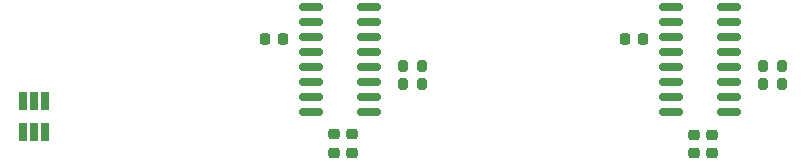
<source format=gbp>
G04 #@! TF.GenerationSoftware,KiCad,Pcbnew,(6.0.0)*
G04 #@! TF.CreationDate,2022-12-27T21:52:24-05:00*
G04 #@! TF.ProjectId,rp2040 rs485 scale breakout,72703230-3430-4207-9273-343835207363,rev?*
G04 #@! TF.SameCoordinates,Original*
G04 #@! TF.FileFunction,Paste,Bot*
G04 #@! TF.FilePolarity,Positive*
%FSLAX46Y46*%
G04 Gerber Fmt 4.6, Leading zero omitted, Abs format (unit mm)*
G04 Created by KiCad (PCBNEW (6.0.0)) date 2022-12-27 21:52:24*
%MOMM*%
%LPD*%
G01*
G04 APERTURE LIST*
G04 Aperture macros list*
%AMRoundRect*
0 Rectangle with rounded corners*
0 $1 Rounding radius*
0 $2 $3 $4 $5 $6 $7 $8 $9 X,Y pos of 4 corners*
0 Add a 4 corners polygon primitive as box body*
4,1,4,$2,$3,$4,$5,$6,$7,$8,$9,$2,$3,0*
0 Add four circle primitives for the rounded corners*
1,1,$1+$1,$2,$3*
1,1,$1+$1,$4,$5*
1,1,$1+$1,$6,$7*
1,1,$1+$1,$8,$9*
0 Add four rect primitives between the rounded corners*
20,1,$1+$1,$2,$3,$4,$5,0*
20,1,$1+$1,$4,$5,$6,$7,0*
20,1,$1+$1,$6,$7,$8,$9,0*
20,1,$1+$1,$8,$9,$2,$3,0*%
G04 Aperture macros list end*
%ADD10RoundRect,0.200000X0.200000X0.275000X-0.200000X0.275000X-0.200000X-0.275000X0.200000X-0.275000X0*%
%ADD11R,0.650000X1.560000*%
%ADD12RoundRect,0.225000X-0.250000X0.225000X-0.250000X-0.225000X0.250000X-0.225000X0.250000X0.225000X0*%
%ADD13RoundRect,0.150000X-0.825000X-0.150000X0.825000X-0.150000X0.825000X0.150000X-0.825000X0.150000X0*%
%ADD14RoundRect,0.225000X0.225000X0.250000X-0.225000X0.250000X-0.225000X-0.250000X0.225000X-0.250000X0*%
G04 APERTURE END LIST*
D10*
X213931000Y-127267000D03*
X212281000Y-127267000D03*
D11*
X149672000Y-130222000D03*
X150622000Y-130222000D03*
X151572000Y-130222000D03*
X151572000Y-132922000D03*
X150622000Y-132922000D03*
X149672000Y-132922000D03*
D12*
X176022000Y-133083000D03*
X176022000Y-134633000D03*
X208026000Y-133096000D03*
X208026000Y-134646000D03*
X206502000Y-133096000D03*
X206502000Y-134646000D03*
D13*
X204535000Y-131204000D03*
X204535000Y-129934000D03*
X204535000Y-128664000D03*
X204535000Y-127394000D03*
X204535000Y-126124000D03*
X204535000Y-124854000D03*
X204535000Y-123584000D03*
X204535000Y-122314000D03*
X209485000Y-122314000D03*
X209485000Y-123584000D03*
X209485000Y-124854000D03*
X209485000Y-126124000D03*
X209485000Y-127394000D03*
X209485000Y-128664000D03*
X209485000Y-129934000D03*
X209485000Y-131204000D03*
D10*
X213931000Y-128791000D03*
X212281000Y-128791000D03*
D14*
X171717000Y-124968000D03*
X170167000Y-124968000D03*
D12*
X177546000Y-133083000D03*
X177546000Y-134633000D03*
D13*
X174055000Y-131191000D03*
X174055000Y-129921000D03*
X174055000Y-128651000D03*
X174055000Y-127381000D03*
X174055000Y-126111000D03*
X174055000Y-124841000D03*
X174055000Y-123571000D03*
X174055000Y-122301000D03*
X179005000Y-122301000D03*
X179005000Y-123571000D03*
X179005000Y-124841000D03*
X179005000Y-126111000D03*
X179005000Y-127381000D03*
X179005000Y-128651000D03*
X179005000Y-129921000D03*
X179005000Y-131191000D03*
D10*
X183451000Y-128778000D03*
X181801000Y-128778000D03*
X183451000Y-127254000D03*
X181801000Y-127254000D03*
D14*
X202197000Y-124981000D03*
X200647000Y-124981000D03*
M02*

</source>
